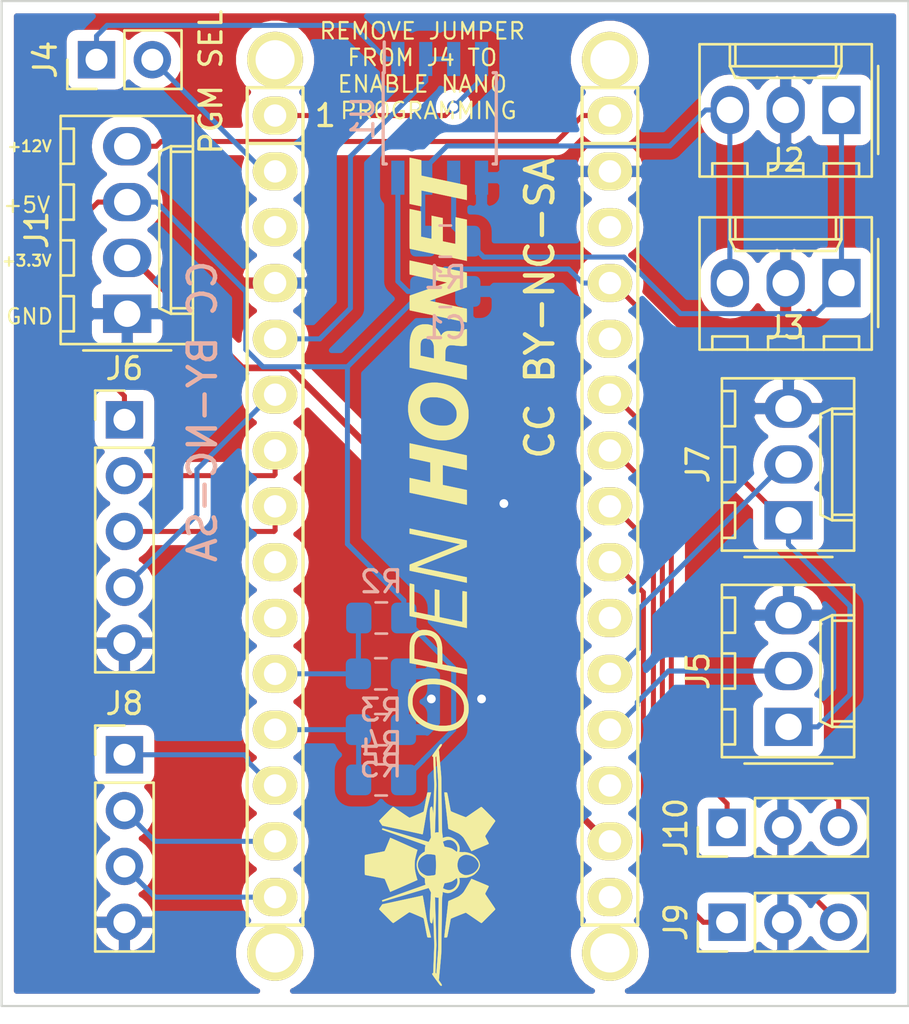
<source format=kicad_pcb>
(kicad_pcb (version 20171130) (host pcbnew "(5.1.4-0-10_14)")
  (title_block (title "ABSIS NANO GENERAL I/O") (date 2017-12-26) (rev -) (company "F/A-18C SIMPIT") (comment 1 "JOHN STEENSEN"))
  (layers (0 F.Cu signal) (31 B.Cu signal) (34 B.Paste user) (35 F.Paste user) (36 B.SilkS user) (37 F.SilkS user) (38 B.Mask user) (39 F.Mask user) (44 Edge.Cuts user))
  (net 0 "")
  (net 1 "/1(Tx)")
  (net 2 "/0(Rx)")
  (net 3 GND)
  (net 4 /2)
  (net 5 +5V)
  (net 6 +3V3)
  (net 7 +12V)
  (net 8 "Net-(J2-Pad1)")
  (net 9 "Net-(J2-Pad3)")
  (net 10 /RX_ENABLE)
  (net 11 "Net-(P1-Pad3)")
  (net 12 "/3(**)")
  (net 13 /4)
  (net 14 "/5(**)")
  (net 15 /8)
  (net 16 "/9(**)")
  (net 17 "Net-(P2-Pad3)")
  (net 18 /A1)
  (net 19 /A0)
  (net 20 /AREF)
  (net 21 "Net-(P1-Pad9)")
  (net 22 "Net-(P1-Pad10)")
  (net 23 "Net-(P2-Pad5)")
  (net 24 "Net-(P2-Pad15)")
  (net 25 "/10(**/SS)")
  (net 26 "/11(**/MOSI)")
  (net 27 "/12(MISO)")
  (net 28 /A3)
  (net 29 /A4)
  (net 30 /A6)
  (net 31 /A5)
  (net 32 "Net-(P2-Pad10)")
  (module "KiCAD Libraries:OH_LOGO_37.7mm_5.9mm" (layer F.Cu) (at 146.5 92.01 90)
    (fp_text reference G*** hide)
    (fp_text value LOGO hide)
  )
  (module Connector_PinHeader_2.54mm:PinHeader_1x04_P2.54mm_Vertical (layer F.Cu) (at 132.588 100.33)
    (fp_text reference J8 (at 0 -2.33) (layer F.SilkS))
    (fp_text value "ROT SW")
    (pad 1 thru_hole rect (at 0 0) (size 1.7 1.7) (drill 1) (layers *.Cu *.Mask) (net 25 "/10(**/SS)"))
    (pad 2 thru_hole oval (at 0 2.54) (size 1.7 1.7) (drill 1) (layers *.Cu *.Mask) (net 26 "/11(**/MOSI)"))
    (pad 3 thru_hole oval (at 0 5.08) (size 1.7 1.7) (drill 1) (layers *.Cu *.Mask) (net 27 "/12(MISO)"))
    (pad 4 thru_hole oval (at 0 7.62) (size 1.7 1.7) (drill 1) (layers *.Cu *.Mask) (net 3 GND))
  )
  (module Pin_Headers:Pin_Header_Straight_1x02_Pitch2.54mm (layer F.Cu) (at 131.318 68.707 90)
    (fp_text reference J4 (at 0 -2.33 90) (layer F.SilkS))
    (fp_text value "PGM SEL" (at -1.016 5.207 90) (layer F.SilkS))
    (pad 1 thru_hole rect (at 0 0 90) (size 1.7 1.7) (drill 1) (layers *.Cu *.Mask) (net 10 /RX_ENABLE))
    (pad 2 thru_hole oval (at 0 2.54 90) (size 1.7 1.7) (drill 1) (layers *.Cu *.Mask) (net 2 "/0(Rx)"))
  )
  (module Socket_Arduino_Nano:Socket_Strip_Arduino_1x15 (layer F.Cu) (at 139.446 71.247 270)
    (fp_text reference P1)
    (fp_text value Digital)
    (pad 1 thru_hole oval (at 0 0 270) (size 1.7272 2.032) (drill 1.016) (layers *.Cu *.Mask F.SilkS) (net 1 "/1(Tx)"))
    (pad 2 thru_hole oval (at 2.54 0 270) (size 1.7272 2.032) (drill 1.016) (layers *.Cu *.Mask F.SilkS) (net 2 "/0(Rx)"))
    (pad 3 thru_hole oval (at 5.08 0 270) (size 1.7272 2.032) (drill 1.016) (layers *.Cu *.Mask F.SilkS) (net 11 "Net-(P1-Pad3)"))
    (pad 4 thru_hole oval (at 7.62 0 270) (size 1.7272 2.032) (drill 1.016) (layers *.Cu *.Mask F.SilkS) (net 3 GND))
    (pad 5 thru_hole oval (at 10.16 0 270) (size 1.7272 2.032) (drill 1.016) (layers *.Cu *.Mask F.SilkS) (net 4 /2))
    (pad 6 thru_hole oval (at 12.7 0 270) (size 1.7272 2.032) (drill 1.016) (layers *.Cu *.Mask F.SilkS) (net 12 "/3(**)"))
    (pad 7 thru_hole oval (at 15.24 0 270) (size 1.7272 2.032) (drill 1.016) (layers *.Cu *.Mask F.SilkS) (net 13 /4))
    (pad 8 thru_hole oval (at 17.78 0 270) (size 1.7272 2.032) (drill 1.016) (layers *.Cu *.Mask F.SilkS) (net 14 "/5(**)"))
    (pad 9 thru_hole oval (at 20.32 0 270) (size 1.7272 2.032) (drill 1.016) (layers *.Cu *.Mask F.SilkS) (net 21 "Net-(P1-Pad9)"))
    (pad 10 thru_hole oval (at 22.86 0 270) (size 1.7272 2.032) (drill 1.016) (layers *.Cu *.Mask F.SilkS) (net 22 "Net-(P1-Pad10)"))
    (pad 11 thru_hole oval (at 25.4 0 270) (size 1.7272 2.032) (drill 1.016) (layers *.Cu *.Mask F.SilkS) (net 15 /8))
    (pad 12 thru_hole oval (at 27.94 0 270) (size 1.7272 2.032) (drill 1.016) (layers *.Cu *.Mask F.SilkS) (net 16 "/9(**)"))
    (pad 13 thru_hole oval (at 30.48 0 270) (size 1.7272 2.032) (drill 1.016) (layers *.Cu *.Mask F.SilkS) (net 25 "/10(**/SS)"))
    (pad 14 thru_hole oval (at 33.02 0 270) (size 1.7272 2.032) (drill 1.016) (layers *.Cu *.Mask F.SilkS) (net 26 "/11(**/MOSI)"))
    (pad 15 thru_hole oval (at 35.56 0 270) (size 1.7272 2.032) (drill 1.016) (layers *.Cu *.Mask F.SilkS) (net 27 "/12(MISO)"))
  )
  (module Socket_Arduino_Nano:Socket_Strip_Arduino_1x15 (layer F.Cu) (at 154.686 71.247 270)
    (fp_text reference P2)
    (fp_text value Analog)
    (pad 1 thru_hole oval (at 0 0 270) (size 1.7272 2.032) (drill 1.016) (layers *.Cu *.Mask F.SilkS) (net 7 +12V))
    (pad 2 thru_hole oval (at 2.54 0 270) (size 1.7272 2.032) (drill 1.016) (layers *.Cu *.Mask F.SilkS) (net 3 GND))
    (pad 3 thru_hole oval (at 5.08 0 270) (size 1.7272 2.032) (drill 1.016) (layers *.Cu *.Mask F.SilkS) (net 17 "Net-(P2-Pad3)"))
    (pad 4 thru_hole oval (at 7.62 0 270) (size 1.7272 2.032) (drill 1.016) (layers *.Cu *.Mask F.SilkS) (net 5 +5V))
    (pad 5 thru_hole oval (at 10.16 0 270) (size 1.7272 2.032) (drill 1.016) (layers *.Cu *.Mask F.SilkS) (net 23 "Net-(P2-Pad5)"))
    (pad 6 thru_hole oval (at 12.7 0 270) (size 1.7272 2.032) (drill 1.016) (layers *.Cu *.Mask F.SilkS) (net 30 /A6))
    (pad 7 thru_hole oval (at 15.24 0 270) (size 1.7272 2.032) (drill 1.016) (layers *.Cu *.Mask F.SilkS) (net 31 /A5))
    (pad 8 thru_hole oval (at 17.78 0 270) (size 1.7272 2.032) (drill 1.016) (layers *.Cu *.Mask F.SilkS) (net 29 /A4))
    (pad 9 thru_hole oval (at 20.32 0 270) (size 1.7272 2.032) (drill 1.016) (layers *.Cu *.Mask F.SilkS) (net 28 /A3))
    (pad 10 thru_hole oval (at 22.86 0 270) (size 1.7272 2.032) (drill 1.016) (layers *.Cu *.Mask F.SilkS) (net 32 "Net-(P2-Pad10)"))
    (pad 11 thru_hole oval (at 25.4 0 270) (size 1.7272 2.032) (drill 1.016) (layers *.Cu *.Mask F.SilkS) (net 18 /A1))
    (pad 12 thru_hole oval (at 27.94 0 270) (size 1.7272 2.032) (drill 1.016) (layers *.Cu *.Mask F.SilkS) (net 19 /A0))
    (pad 13 thru_hole oval (at 30.48 0 270) (size 1.7272 2.032) (drill 1.016) (layers *.Cu *.Mask F.SilkS) (net 20 /AREF))
    (pad 14 thru_hole oval (at 33.02 0 270) (size 1.7272 2.032) (drill 1.016) (layers *.Cu *.Mask F.SilkS) (net 6 +3V3))
    (pad 15 thru_hole oval (at 35.56 0 270) (size 1.7272 2.032) (drill 1.016) (layers *.Cu *.Mask F.SilkS) (net 24 "Net-(P2-Pad15)"))
  )
  (module Socket_Arduino_Nano:1pin_Nano (layer F.Cu) (at 139.446 68.707)
    (fp_text reference P3 hide)
    (fp_text value mounting hide)
    (pad 1 thru_hole circle (at 0 0) (size 2.54 2.54) (drill 1.778) (layers *.Cu *.Mask F.SilkS))
  )
  (module Socket_Arduino_Nano:1pin_Nano (layer F.Cu) (at 139.446 109.347)
    (fp_text reference P4 hide)
    (fp_text value mounting hide)
    (pad 1 thru_hole circle (at 0 0) (size 2.54 2.54) (drill 1.778) (layers *.Cu *.Mask F.SilkS))
  )
  (module Socket_Arduino_Nano:1pin_Nano (layer F.Cu) (at 154.686 109.347)
    (fp_text reference P5 hide)
    (fp_text value mounting hide)
    (pad 1 thru_hole circle (at 0 0) (size 2.54 2.54) (drill 1.778) (layers *.Cu *.Mask F.SilkS))
  )
  (module Socket_Arduino_Nano:1pin_Nano (layer F.Cu) (at 154.686 68.707)
    (fp_text reference P6 hide)
    (fp_text value mounting hide)
    (pad 1 thru_hole circle (at 0 0) (size 2.54 2.54) (drill 1.778) (layers *.Cu *.Mask F.SilkS))
  )
  (module Housings_SOIC:SOIC-8_3.9x4.9mm_Pitch1.27mm (layer B.Cu) (at 146.939 71.374 270)
    (fp_text reference U1 (at 0 3.5 270) (layer B.SilkS) (effects (justify mirror)))
    (fp_text value MAX487EESA)
    (pad 1 smd rect (at -2.7 1.905 270) (size 1.55 0.6) (layers B.Cu B.Paste B.Mask) (net 10 /RX_ENABLE))
    (pad 2 smd rect (at -2.7 0.635 270) (size 1.55 0.6) (layers B.Cu B.Paste B.Mask) (net 4 /2))
    (pad 3 smd rect (at -2.7 -0.635 270) (size 1.55 0.6) (layers B.Cu B.Paste B.Mask) (net 4 /2))
    (pad 4 smd rect (at -2.7 -1.905 270) (size 1.55 0.6) (layers B.Cu B.Paste B.Mask) (net 1 "/1(Tx)"))
    (pad 5 smd rect (at 2.7 -1.905 270) (size 1.55 0.6) (layers B.Cu B.Paste B.Mask) (net 3 GND))
    (pad 6 smd rect (at 2.7 -0.635 270) (size 1.55 0.6) (layers B.Cu B.Paste B.Mask) (net 8 "Net-(J2-Pad1)"))
    (pad 7 smd rect (at 2.7 0.635 270) (size 1.55 0.6) (layers B.Cu B.Paste B.Mask) (net 9 "Net-(J2-Pad3)"))
    (pad 8 smd rect (at 2.7 1.905 270) (size 1.55 0.6) (layers B.Cu B.Paste B.Mask) (net 5 +5V))
  )
  (module Connector_PinHeader_2.54mm:PinHeader_1x05_P2.54mm_Vertical (layer F.Cu) (at 132.588 85.09)
    (fp_text reference J6 (at 0 -2.33) (layer F.SilkS))
    (fp_text value ExpansionPort)
    (pad 1 thru_hole rect (at 0 0) (size 1.7 1.7) (drill 1) (layers *.Cu *.Mask) (net 5 +5V))
    (pad 2 thru_hole oval (at 0 2.54) (size 1.7 1.7) (drill 1) (layers *.Cu *.Mask) (net 13 /4))
    (pad 3 thru_hole oval (at 0 5.08) (size 1.7 1.7) (drill 1) (layers *.Cu *.Mask) (net 14 "/5(**)"))
    (pad 4 thru_hole oval (at 0 7.62) (size 1.7 1.7) (drill 1) (layers *.Cu *.Mask) (net 12 "/3(**)"))
    (pad 5 thru_hole oval (at 0 10.16) (size 1.7 1.7) (drill 1) (layers *.Cu *.Mask) (net 3 GND))
  )
  (module Resistor_SMD:R_0805_2012Metric_Pad1.15x1.40mm_HandSolder (layer B.Cu) (at 144.281 94.107 180)
    (fp_text reference R2 (at 0 1.65 180) (layer B.SilkS) (effects (justify mirror)))
    (fp_text value 10k)
    (pad 2 smd roundrect (at 1.025 0 180) (size 1.15 1.4) (layers B.Cu B.Paste B.Mask) (roundrect_rratio 0.217391) (net 15 /8))
    (pad 1 smd roundrect (at -1.025 0 180) (size 1.15 1.4) (layers B.Cu B.Paste B.Mask) (roundrect_rratio 0.217391) (net 5 +5V))
  )
  (module Resistor_SMD:R_0805_2012Metric_Pad1.15x1.40mm_HandSolder (layer B.Cu) (at 144.263 96.647)
    (fp_text reference R3 (at 0 1.65) (layer B.SilkS) (effects (justify mirror)))
    (fp_text value 10k)
    (pad 1 smd roundrect (at -1.025 0) (size 1.15 1.4) (layers B.Cu B.Paste B.Mask) (roundrect_rratio 0.217391) (net 15 /8))
    (pad 2 smd roundrect (at 1.025 0) (size 1.15 1.4) (layers B.Cu B.Paste B.Mask) (roundrect_rratio 0.217391) (net 3 GND))
  )
  (module Resistor_SMD:R_0805_2012Metric_Pad1.15x1.40mm_HandSolder (layer B.Cu) (at 144.272 101.473 180)
    (fp_text reference R4 (at 0 1.65 180) (layer B.SilkS) (effects (justify mirror)))
    (fp_text value 10k)
    (pad 2 smd roundrect (at 1.025 0 180) (size 1.15 1.4) (layers B.Cu B.Paste B.Mask) (roundrect_rratio 0.217391) (net 16 "/9(**)"))
    (pad 1 smd roundrect (at -1.025 0 180) (size 1.15 1.4) (layers B.Cu B.Paste B.Mask) (roundrect_rratio 0.217391) (net 5 +5V))
  )
  (module Resistor_SMD:R_0805_2012Metric_Pad1.15x1.40mm_HandSolder (layer B.Cu) (at 144.263 99.187)
    (fp_text reference R5 (at 0 1.65) (layer B.SilkS) (effects (justify mirror)))
    (fp_text value 10k)
    (pad 1 smd roundrect (at -1.025 0) (size 1.15 1.4) (layers B.Cu B.Paste B.Mask) (roundrect_rratio 0.217391) (net 16 "/9(**)"))
    (pad 2 smd roundrect (at 1.025 0) (size 1.15 1.4) (layers B.Cu B.Paste B.Mask) (roundrect_rratio 0.217391) (net 3 GND))
  )
  (module Capacitor_SMD:C_0805_2012Metric_Pad1.15x1.40mm_HandSolder (layer B.Cu) (at 147.193 79.248)
    (fp_text reference C1 (at 0 1.65) (layer B.SilkS) (effects (justify mirror)))
    (fp_text value 0.1uF)
    (pad 1 smd roundrect (at -1.025 0) (size 1.15 1.4) (layers B.Cu B.Paste B.Mask) (roundrect_rratio 0.217391) (net 5 +5V))
    (pad 2 smd roundrect (at 1.025 0) (size 1.15 1.4) (layers B.Cu B.Paste B.Mask) (roundrect_rratio 0.217391) (net 3 GND))
  )
  (module Connector_Molex:Molex_KK-254_AE-6410-04A_1x04_P2.54mm_Vertical (layer F.Cu) (at 132.715 80.264 90)
    (fp_text reference J1 (at 3.81 -4.12 90) (layer F.SilkS))
    (fp_text value PWR)
    (pad 1 thru_hole rect (at 0 0 90) (size 1.74 2.2) (drill 1.2) (layers *.Cu *.Mask) (net 3 GND))
    (pad 2 thru_hole oval (at 2.54 0 90) (size 1.74 2.2) (drill 1.2) (layers *.Cu *.Mask) (net 6 +3V3))
    (pad 3 thru_hole oval (at 5.08 0 90) (size 1.74 2.2) (drill 1.2) (layers *.Cu *.Mask) (net 5 +5V))
    (pad 4 thru_hole oval (at 7.62 0 90) (size 1.74 2.2) (drill 1.2) (layers *.Cu *.Mask) (net 7 +12V))
  )
  (module Connector_Molex:Molex_KK-254_AE-6410-03A_1x03_P2.54mm_Vertical (layer F.Cu) (at 165.227 70.993 180)
    (fp_text reference J2 (at 2.54 -2.286 180) (layer F.SilkS))
    (fp_text value "BUS IN")
    (pad 1 thru_hole rect (at 0 0 180) (size 1.74 2.2) (drill 1.2) (layers *.Cu *.Mask) (net 8 "Net-(J2-Pad1)"))
    (pad 2 thru_hole oval (at 2.54 0 180) (size 1.74 2.2) (drill 1.2) (layers *.Cu *.Mask) (net 3 GND))
    (pad 3 thru_hole oval (at 5.08 0 180) (size 1.74 2.2) (drill 1.2) (layers *.Cu *.Mask) (net 9 "Net-(J2-Pad3)"))
  )
  (module Connector_Molex:Molex_KK-254_AE-6410-03A_1x03_P2.54mm_Vertical (layer F.Cu) (at 165.227 78.867 180)
    (fp_text reference J3 (at 2.54 -2.032 180) (layer F.SilkS))
    (fp_text value "BUS OUT")
    (pad 3 thru_hole oval (at 5.08 0 180) (size 1.74 2.2) (drill 1.2) (layers *.Cu *.Mask) (net 9 "Net-(J2-Pad3)"))
    (pad 2 thru_hole oval (at 2.54 0 180) (size 1.74 2.2) (drill 1.2) (layers *.Cu *.Mask) (net 3 GND))
    (pad 1 thru_hole rect (at 0 0 180) (size 1.74 2.2) (drill 1.2) (layers *.Cu *.Mask) (net 8 "Net-(J2-Pad1)"))
  )
  (module Connector_Molex:Molex_KK-254_AE-6410-03A_1x03_P2.54mm_Vertical (layer F.Cu) (at 162.814 99.06 90)
    (fp_text reference J5 (at 2.54 -4.12 90) (layer F.SilkS))
    (fp_text value POT1)
    (pad 1 thru_hole rect (at 0 0 90) (size 1.74 2.2) (drill 1.2) (layers *.Cu *.Mask) (net 5 +5V))
    (pad 2 thru_hole oval (at 2.54 0 90) (size 1.74 2.2) (drill 1.2) (layers *.Cu *.Mask) (net 19 /A0))
    (pad 3 thru_hole oval (at 5.08 0 90) (size 1.74 2.2) (drill 1.2) (layers *.Cu *.Mask) (net 3 GND))
  )
  (module Connector_Molex:Molex_KK-254_AE-6410-03A_1x03_P2.54mm_Vertical (layer F.Cu) (at 162.814 89.662 90)
    (fp_text reference J7 (at 2.54 -4.12 90) (layer F.SilkS))
    (fp_text value POT2)
    (pad 3 thru_hole oval (at 5.08 0 90) (size 1.74 2.2) (drill 1.2) (layers *.Cu *.Mask) (net 3 GND))
    (pad 2 thru_hole oval (at 2.54 0 90) (size 1.74 2.2) (drill 1.2) (layers *.Cu *.Mask) (net 18 /A1))
    (pad 1 thru_hole rect (at 0 0 90) (size 1.74 2.2) (drill 1.2) (layers *.Cu *.Mask) (net 5 +5V))
  )
  (module Resistor_SMD:R_0805_2012Metric_Pad1.15x1.40mm_HandSolder (layer B.Cu) (at 147.193 76.962)
    (fp_text reference R1 (at 0 1.65) (layer B.SilkS) (effects (justify mirror)))
    (fp_text value 120)
    (pad 1 smd roundrect (at -1.025 0) (size 1.15 1.4) (layers B.Cu B.Paste B.Mask) (roundrect_rratio 0.217391) (net 9 "Net-(J2-Pad3)"))
    (pad 2 smd roundrect (at 1.025 0) (size 1.15 1.4) (layers B.Cu B.Paste B.Mask) (roundrect_rratio 0.217391) (net 8 "Net-(J2-Pad1)"))
  )
  (module Connector_PinHeader_2.54mm:PinHeader_1x03_P2.54mm_Vertical (layer F.Cu) (at 160.02 107.95 90)
    (fp_text reference J9 (at 0 -2.33 90) (layer F.SilkS))
    (fp_text value CRS)
    (pad 1 thru_hole rect (at 0 0 90) (size 1.7 1.7) (drill 1) (layers *.Cu *.Mask) (net 28 /A3))
    (pad 2 thru_hole oval (at 0 2.54 90) (size 1.7 1.7) (drill 1) (layers *.Cu *.Mask) (net 3 GND))
    (pad 3 thru_hole oval (at 0 5.08 90) (size 1.7 1.7) (drill 1) (layers *.Cu *.Mask) (net 29 /A4))
  )
  (module Connector_PinHeader_2.54mm:PinHeader_1x03_P2.54mm_Vertical (layer F.Cu) (at 160.02 103.632 90)
    (fp_text reference J10 (at 0 -2.33 90) (layer F.SilkS))
    (fp_text value HDG)
    (pad 3 thru_hole oval (at 0 5.08 90) (size 1.7 1.7) (drill 1) (layers *.Cu *.Mask) (net 30 /A6))
    (pad 2 thru_hole oval (at 0 2.54 90) (size 1.7 1.7) (drill 1) (layers *.Cu *.Mask) (net 3 GND))
    (pad 1 thru_hole rect (at 0 0 90) (size 1.7 1.7) (drill 1) (layers *.Cu *.Mask) (net 31 /A5))
  )
  (gr_line (start 168.275 66.04) (end 127 66.04) (angle 90) (layer Edge.Cuts) (width 0.1))
  (gr_line (start 168.275 66.04) (end 168.275 111.76) (layer Edge.Cuts) (width 0.1))
  (gr_line (start 127 66.04) (end 127 111.76) (angle 90) (layer Edge.Cuts) (width 0.1))
  (gr_line (start 127 111.76) (end 168.275 111.76) (angle 90) (layer Edge.Cuts) (width 0.1))
  (gr_text "CC BY-NC-SA" (at 136.144 84.709 90) (layer B.SilkS) (effects (font (size 1.25 1.25) (thickness 0.2)) (justify mirror)))
  (gr_text "REMOVE JUMPER \nFROM J4 TO \nENABLE NANO \nPROGRAMMING" (at 146.431 69.215) (layer F.SilkS) (effects (font (size 0.75 0.75) (thickness 0.1))))
  (gr_text "CC BY-NC-SA" (at 151.5 80.01 90) (layer F.SilkS) (effects (font (size 1.25 1.25) (thickness 0.2))))
  (gr_text GND (at 128.27 80.391) (layer F.SilkS) (effects (font (size 0.7 0.7) (thickness 0.1))))
  (gr_text +3.3V (at 128.143 77.851) (layer F.SilkS) (effects (font (size 0.5 0.5) (thickness 0.1))))
  (gr_text +5V (at 128.143 75.311) (layer F.SilkS) (effects (font (size 0.7 0.7) (thickness 0.1))))
  (gr_text +12V (at 128.27 72.644) (layer F.SilkS) (effects (font (size 0.5 0.5) (thickness 0.1))))
  (gr_text 1 (at 141.732 71.247) (layer F.SilkS) (effects (font (size 1 1))))
  (via (at 147.574 70.866) (size 0.6) (drill 0.4) (layers F.Cu B.Cu) (net 1))
  (segment (start 139.446 71.247) (end 147.193 71.247) (width 0.2286) (layer F.Cu) (net 1))
  (segment (start 147.193 71.247) (end 147.574 70.866) (width 0.2286) (layer F.Cu) (net 1))
  (segment (start 148.844 69.596) (end 148.844 68.674) (width 0.2286) (layer B.Cu) (net 1))
  (segment (start 147.574 70.866) (end 148.844 69.596) (width 0.2286) (layer B.Cu) (net 1))
  (segment (start 138.938 73.787) (end 139.446 73.787) (width 0.2286) (layer B.Cu) (net 2))
  (segment (start 133.858 68.707) (end 138.938 73.787) (width 0.2286) (layer B.Cu) (net 2))
  (via (at 146.558 97.79) (size 0.6) (drill 0.4) (layers F.Cu B.Cu) (net 3))
  (via (at 148.844 97.79) (size 0.6) (drill 0.4) (layers F.Cu B.Cu) (net 3))
  (via (at 149.86 88.9) (size 0.6) (drill 0.4) (layers F.Cu B.Cu) (net 3))
  (segment (start 148.419736 97.79) (end 146.558 97.79) (width 0.2286) (layer F.Cu) (net 3))
  (segment (start 148.844 97.79) (end 148.419736 97.79) (width 0.2286) (layer F.Cu) (net 3))
  (segment (start 146.304 68.674) (end 147.574 68.674) (width 0.2286) (layer B.Cu) (net 4))
  (segment (start 141.478 81.407) (end 139.446 81.407) (width 0.2286) (layer B.Cu) (net 4))
  (segment (start 142.875 80.01) (end 141.478 81.407) (width 0.2286) (layer B.Cu) (net 4))
  (segment (start 142.875 73.1066) (end 142.875 80.01) (width 0.2286) (layer B.Cu) (net 4))
  (segment (start 146.304 68.674) (end 146.304 69.6776) (width 0.2286) (layer B.Cu) (net 4))
  (segment (start 146.304 69.6776) (end 142.875 73.1066) (width 0.2286) (layer B.Cu) (net 4))
  (segment (start 145.034 75.0776) (end 145.034 74.074) (width 0.2286) (layer B.Cu) (net 5))
  (segment (start 145.034 78.789) (end 145.034 75.0776) (width 0.2286) (layer B.Cu) (net 5))
  (segment (start 145.493 79.248) (end 145.034 78.789) (width 0.2286) (layer B.Cu) (net 5))
  (segment (start 146.168 79.248) (end 145.493 79.248) (width 0.2286) (layer B.Cu) (net 5))
  (segment (start 162.584 89.662) (end 157.607 84.685) (width 0.2286) (layer F.Cu) (net 5))
  (segment (start 162.814 89.662) (end 162.584 89.662) (width 0.2286) (layer F.Cu) (net 5))
  (segment (start 154.8384 78.867) (end 154.686 78.867) (width 0.2286) (layer F.Cu) (net 5))
  (segment (start 157.607 81.6356) (end 154.8384 78.867) (width 0.2286) (layer F.Cu) (net 5))
  (segment (start 157.607 84.685) (end 157.607 81.6356) (width 0.2286) (layer F.Cu) (net 5))
  (segment (start 138.11249 81.896231) (end 138.893259 82.677) (width 0.2286) (layer B.Cu) (net 5))
  (segment (start 138.11249 79.25289) (end 138.11249 81.896231) (width 0.2286) (layer B.Cu) (net 5))
  (segment (start 132.715 75.184) (end 134.0436 75.184) (width 0.2286) (layer B.Cu) (net 5))
  (segment (start 134.0436 75.184) (end 138.11249 79.25289) (width 0.2286) (layer B.Cu) (net 5))
  (segment (start 142.739 82.677) (end 146.168 79.248) (width 0.2286) (layer B.Cu) (net 5))
  (segment (start 138.893259 82.677) (end 142.739 82.677) (width 0.2286) (layer B.Cu) (net 5))
  (segment (start 142.739 90.74) (end 142.739 82.677) (width 0.2286) (layer B.Cu) (net 5))
  (segment (start 145.306 93.307) (end 142.739 90.74) (width 0.2286) (layer B.Cu) (net 5))
  (segment (start 145.306 94.107) (end 145.306 93.307) (width 0.2286) (layer B.Cu) (net 5))
  (segment (start 147.574 96.375) (end 145.306 94.107) (width 0.2286) (layer B.Cu) (net 5))
  (segment (start 147.574 99.187) (end 147.574 96.375) (width 0.2286) (layer B.Cu) (net 5))
  (segment (start 146.18051 100.58049) (end 147.574 99.187) (width 0.2286) (layer B.Cu) (net 5))
  (segment (start 145.297 101.473) (end 146.18051 100.58949) (width 0.2286) (layer B.Cu) (net 5))
  (segment (start 146.18051 100.58949) (end 146.18051 100.58049) (width 0.2286) (layer B.Cu) (net 5))
  (segment (start 153.4414 78.867) (end 154.686 78.867) (width 0.2286) (layer B.Cu) (net 5))
  (segment (start 152.80489 78.23049) (end 153.4414 78.867) (width 0.2286) (layer B.Cu) (net 5))
  (segment (start 147.18551 78.23049) (end 152.80489 78.23049) (width 0.2286) (layer B.Cu) (net 5))
  (segment (start 146.168 79.248) (end 147.18551 78.23049) (width 0.2286) (layer B.Cu) (net 5))
  (segment (start 131.3864 75.184) (end 129.794 76.7764) (width 0.2286) (layer F.Cu) (net 5))
  (segment (start 132.715 75.184) (end 131.3864 75.184) (width 0.2286) (layer F.Cu) (net 5))
  (segment (start 129.794 76.7764) (end 129.794 81.2174) (width 0.2286) (layer F.Cu) (net 5))
  (segment (start 132.588 84.0114) (end 132.588 85.09) (width 0.2286) (layer F.Cu) (net 5))
  (segment (start 129.794 81.2174) (end 132.588 84.0114) (width 0.2286) (layer F.Cu) (net 5))
  (segment (start 164.1426 99.06) (end 165.608 97.5946) (width 0.2286) (layer B.Cu) (net 5))
  (segment (start 162.814 99.06) (end 164.1426 99.06) (width 0.2286) (layer B.Cu) (net 5))
  (segment (start 162.814 90.7606) (end 162.814 89.662) (width 0.2286) (layer B.Cu) (net 5))
  (segment (start 165.608 93.5546) (end 162.814 90.7606) (width 0.2286) (layer B.Cu) (net 5))
  (segment (start 165.608 97.5946) (end 165.608 93.5546) (width 0.2286) (layer B.Cu) (net 5))
  (segment (start 154.5336 104.267) (end 154.686 104.267) (width 0.3048) (layer F.Cu) (net 6))
  (segment (start 132.945 77.724) (end 137.94879 82.72779) (width 0.3048) (layer F.Cu) (net 6))
  (segment (start 132.715 77.724) (end 132.945 77.724) (width 0.3048) (layer F.Cu) (net 6))
  (segment (start 137.94879 82.72779) (end 140.103413 82.72779) (width 0.3048) (layer F.Cu) (net 6))
  (segment (start 140.103413 82.72779) (end 151.13 93.754377) (width 0.3048) (layer F.Cu) (net 6))
  (segment (start 151.13 93.754377) (end 151.13 100.8634) (width 0.3048) (layer F.Cu) (net 6))
  (segment (start 151.13 100.8634) (end 154.5336 104.267) (width 0.3048) (layer F.Cu) (net 6))
  (segment (start 153.4414 71.247) (end 154.686 71.247) (width 0.2286) (layer F.Cu) (net 7))
  (segment (start 152.26029 72.42811) (end 153.4414 71.247) (width 0.2286) (layer F.Cu) (net 7))
  (segment (start 134.25949 72.42811) (end 152.26029 72.42811) (width 0.2286) (layer F.Cu) (net 7))
  (segment (start 134.0436 72.644) (end 134.25949 72.42811) (width 0.2286) (layer F.Cu) (net 7))
  (segment (start 132.715 72.644) (end 134.0436 72.644) (width 0.2286) (layer F.Cu) (net 7))
  (segment (start 147.574 76.318) (end 148.218 76.962) (width 0.2286) (layer B.Cu) (net 8))
  (segment (start 147.574 74.074) (end 147.574 76.318) (width 0.2286) (layer B.Cu) (net 8))
  (segment (start 165.227 70.993) (end 165.227 78.867) (width 0.2286) (layer B.Cu) (net 8))
  (segment (start 148.841372 77.585372) (end 148.218 76.962) (width 0.2286) (layer B.Cu) (net 8))
  (segment (start 148.94189 77.68589) (end 148.841372 77.585372) (width 0.2286) (layer B.Cu) (net 8))
  (segment (start 155.327631 77.68589) (end 148.94189 77.68589) (width 0.2286) (layer B.Cu) (net 8))
  (segment (start 157.900851 80.25911) (end 155.327631 77.68589) (width 0.2286) (layer B.Cu) (net 8))
  (segment (start 164.06489 80.25911) (end 157.900851 80.25911) (width 0.2286) (layer B.Cu) (net 8))
  (segment (start 165.227 79.097) (end 164.06489 80.25911) (width 0.2286) (layer B.Cu) (net 8))
  (segment (start 165.227 78.867) (end 165.227 79.097) (width 0.2286) (layer B.Cu) (net 8))
  (segment (start 146.168 74.21) (end 146.304 74.074) (width 0.2286) (layer B.Cu) (net 9))
  (segment (start 146.168 76.962) (end 146.168 74.21) (width 0.2286) (layer B.Cu) (net 9))
  (segment (start 160.147 77.5384) (end 160.147 70.993) (width 0.2286) (layer B.Cu) (net 9))
  (segment (start 160.147 78.867) (end 160.147 77.5384) (width 0.2286) (layer B.Cu) (net 9))
  (segment (start 146.304 73.599) (end 146.304 74.074) (width 0.2286) (layer B.Cu) (net 9))
  (segment (start 147.27171 72.63129) (end 146.304 73.599) (width 0.2286) (layer B.Cu) (net 9))
  (segment (start 157.41011 72.63129) (end 147.27171 72.63129) (width 0.2286) (layer B.Cu) (net 9))
  (segment (start 159.0484 70.993) (end 157.41011 72.63129) (width 0.2286) (layer B.Cu) (net 9))
  (segment (start 160.147 70.993) (end 159.0484 70.993) (width 0.2286) (layer B.Cu) (net 9))
  (segment (start 131.318 67.6284) (end 131.318 68.707) (width 0.2286) (layer B.Cu) (net 10))
  (segment (start 131.801501 67.144899) (end 131.318 67.6284) (width 0.2286) (layer B.Cu) (net 10))
  (segment (start 142.976299 67.144899) (end 131.801501 67.144899) (width 0.2286) (layer B.Cu) (net 10))
  (segment (start 144.5054 68.674) (end 142.976299 67.144899) (width 0.2286) (layer B.Cu) (net 10))
  (segment (start 145.034 68.674) (end 144.5054 68.674) (width 0.2286) (layer B.Cu) (net 10))
  (segment (start 139.2936 83.947) (end 139.446 83.947) (width 0.2286) (layer B.Cu) (net 12))
  (segment (start 135.89 87.3506) (end 139.2936 83.947) (width 0.2286) (layer B.Cu) (net 12))
  (segment (start 135.89 89.408) (end 135.89 87.3506) (width 0.2286) (layer B.Cu) (net 12))
  (segment (start 132.588 92.71) (end 135.89 89.408) (width 0.2286) (layer B.Cu) (net 12))
  (segment (start 139.446 87.5792) (end 139.446 86.487) (width 0.2286) (layer F.Cu) (net 13))
  (segment (start 139.3952 87.63) (end 139.446 87.5792) (width 0.2286) (layer F.Cu) (net 13))
  (segment (start 132.588 87.63) (end 139.3952 87.63) (width 0.2286) (layer F.Cu) (net 13))
  (segment (start 139.446 90.1192) (end 139.446 89.027) (width 0.2286) (layer F.Cu) (net 14))
  (segment (start 139.3952 90.17) (end 139.446 90.1192) (width 0.2286) (layer F.Cu) (net 14))
  (segment (start 132.588 90.17) (end 139.3952 90.17) (width 0.2286) (layer F.Cu) (net 14))
  (segment (start 143.238 94.125) (end 143.256 94.107) (width 0.2286) (layer B.Cu) (net 15))
  (segment (start 143.238 96.647) (end 143.238 94.125) (width 0.2286) (layer B.Cu) (net 15))
  (segment (start 139.446 96.647) (end 143.238 96.647) (width 0.2286) (layer B.Cu) (net 15))
  (segment (start 142.563 99.187) (end 139.446 99.187) (width 0.2286) (layer B.Cu) (net 16))
  (segment (start 143.238 99.187) (end 142.563 99.187) (width 0.2286) (layer B.Cu) (net 16))
  (segment (start 143.247 99.196) (end 143.238 99.187) (width 0.2286) (layer B.Cu) (net 16))
  (segment (start 143.247 101.473) (end 143.247 99.196) (width 0.2286) (layer B.Cu) (net 16))
  (segment (start 154.8384 96.647) (end 154.686 96.647) (width 0.2286) (layer B.Cu) (net 18))
  (segment (start 155.99411 95.49129) (end 154.8384 96.647) (width 0.2286) (layer B.Cu) (net 18))
  (segment (start 155.99411 93.71189) (end 155.99411 95.49129) (width 0.2286) (layer B.Cu) (net 18))
  (segment (start 162.584 87.122) (end 155.99411 93.71189) (width 0.2286) (layer B.Cu) (net 18))
  (segment (start 162.814 87.122) (end 162.584 87.122) (width 0.2286) (layer B.Cu) (net 18))
  (segment (start 154.8384 99.187) (end 154.686 99.187) (width 0.2286) (layer B.Cu) (net 19))
  (segment (start 155.9306 98.0948) (end 154.8384 99.187) (width 0.2286) (layer B.Cu) (net 19))
  (segment (start 155.9306 97.9424) (end 155.9306 98.0948) (width 0.2286) (layer B.Cu) (net 19))
  (segment (start 157.353 96.52) (end 155.9306 97.9424) (width 0.2286) (layer B.Cu) (net 19))
  (segment (start 162.814 96.52) (end 157.353 96.52) (width 0.2286) (layer B.Cu) (net 19))
  (segment (start 154.686 81.407) (end 154.8384 81.407) (width 0.2286) (layer F.Cu) (net 23))
  (segment (start 154.5336 106.807) (end 154.686 106.807) (width 0.2286) (layer B.Cu) (net 24))
  (segment (start 139.2936 101.727) (end 139.446 101.727) (width 0.2286) (layer B.Cu) (net 25))
  (segment (start 138.2014 100.6348) (end 139.2936 101.727) (width 0.2286) (layer B.Cu) (net 25))
  (segment (start 138.2014 100.4824) (end 138.2014 100.6348) (width 0.2286) (layer B.Cu) (net 25))
  (segment (start 138.049 100.33) (end 138.2014 100.4824) (width 0.2286) (layer B.Cu) (net 25))
  (segment (start 132.588 100.33) (end 138.049 100.33) (width 0.2286) (layer B.Cu) (net 25))
  (segment (start 133.985 104.267) (end 139.446 104.267) (width 0.2286) (layer B.Cu) (net 26))
  (segment (start 132.588 102.87) (end 133.985 104.267) (width 0.2286) (layer B.Cu) (net 26))
  (segment (start 133.985 106.807) (end 139.446 106.807) (width 0.2286) (layer B.Cu) (net 27))
  (segment (start 132.588 105.41) (end 133.985 106.807) (width 0.2286) (layer B.Cu) (net 27))
  (segment (start 158.9414 107.95) (end 156.21 105.2186) (width 0.2286) (layer F.Cu) (net 28))
  (segment (start 160.02 107.95) (end 158.9414 107.95) (width 0.2286) (layer F.Cu) (net 28))
  (segment (start 154.8384 91.567) (end 154.686 91.567) (width 0.2286) (layer F.Cu) (net 28))
  (segment (start 156.21 92.9386) (end 154.8384 91.567) (width 0.2286) (layer F.Cu) (net 28))
  (segment (start 156.21 105.2186) (end 156.21 92.9386) (width 0.2286) (layer F.Cu) (net 28))
  (segment (start 157.734 105.918) (end 156.667178 104.851178) (width 0.2286) (layer F.Cu) (net 29))
  (segment (start 154.8384 89.027) (end 154.686 89.027) (width 0.2286) (layer F.Cu) (net 29))
  (segment (start 156.667178 104.851178) (end 156.667178 90.855778) (width 0.2286) (layer F.Cu) (net 29))
  (segment (start 163.068 105.918) (end 157.734 105.918) (width 0.2286) (layer F.Cu) (net 29))
  (segment (start 156.667178 90.855778) (end 154.8384 89.027) (width 0.2286) (layer F.Cu) (net 29))
  (segment (start 165.1 107.95) (end 163.068 105.918) (width 0.2286) (layer F.Cu) (net 29))
  (segment (start 165.1 102.429919) (end 164.270081 101.6) (width 0.2286) (layer F.Cu) (net 30))
  (segment (start 165.1 103.632) (end 165.1 102.429919) (width 0.2286) (layer F.Cu) (net 30))
  (segment (start 164.270081 101.6) (end 159.766 101.6) (width 0.2286) (layer F.Cu) (net 30))
  (segment (start 159.766 101.6) (end 157.48 99.314) (width 0.2286) (layer F.Cu) (net 30))
  (segment (start 154.8384 83.947) (end 154.686 83.947) (width 0.2286) (layer F.Cu) (net 30))
  (segment (start 157.48 86.5886) (end 154.8384 83.947) (width 0.2286) (layer F.Cu) (net 30))
  (segment (start 157.48 99.314) (end 157.48 86.5886) (width 0.2286) (layer F.Cu) (net 30))
  (segment (start 160.02 103.632) (end 160.02 102.5534) (width 0.2286) (layer F.Cu) (net 31))
  (segment (start 157.073589 99.606989) (end 157.073589 88.722189) (width 0.2286) (layer F.Cu) (net 31))
  (segment (start 157.073589 88.722189) (end 154.8384 86.487) (width 0.2286) (layer F.Cu) (net 31))
  (segment (start 160.02 102.5534) (end 157.073589 99.606989) (width 0.2286) (layer F.Cu) (net 31))
  (segment (start 154.8384 86.487) (end 154.686 86.487) (width 0.2286) (layer F.Cu) (net 31))
  (zone (net 3) (net_name GND) (layer F.Cu) (connect_pads (clearance 0.508)) (min_thickness 0.254) (fill yes (arc_segments 32) (thermal_gap 0.508) (thermal_bridge_width 0.508))
    (polygon (pts (xy 168.275 66.04) (xy 127 66.04) (xy 127 111.76) (xy 168.275 111.76)))
  )
  (zone (net 3) (net_name GND) (layer B.Cu) (connect_pads (clearance 0.508)) (min_thickness 0.254) (fill yes (arc_segments 32) (thermal_gap 0.508) (thermal_bridge_width 0.508))
    (polygon (pts (xy 127 66.04) (xy 168.275 66.04) (xy 168.275 111.76) (xy 127 111.76)))
  )
)
</source>
